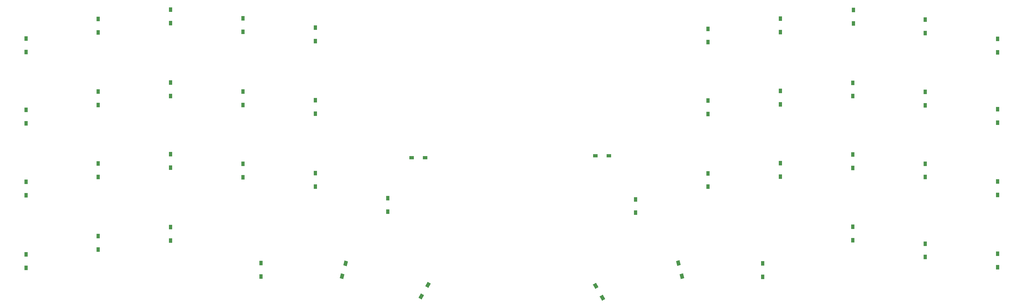
<source format=gbr>
%TF.GenerationSoftware,KiCad,Pcbnew,7.0.10*%
%TF.CreationDate,2024-09-26T01:16:29+09:00*%
%TF.ProjectId,keyboard_denchi,6b657962-6f61-4726-945f-64656e636869,rev?*%
%TF.SameCoordinates,Original*%
%TF.FileFunction,Paste,Top*%
%TF.FilePolarity,Positive*%
%FSLAX46Y46*%
G04 Gerber Fmt 4.6, Leading zero omitted, Abs format (unit mm)*
G04 Created by KiCad (PCBNEW 7.0.10) date 2024-09-26 01:16:29*
%MOMM*%
%LPD*%
G01*
G04 APERTURE LIST*
G04 Aperture macros list*
%AMRotRect*
0 Rectangle, with rotation*
0 The origin of the aperture is its center*
0 $1 length*
0 $2 width*
0 $3 Rotation angle, in degrees counterclockwise*
0 Add horizontal line*
21,1,$1,$2,0,0,$3*%
G04 Aperture macros list end*
%ADD10R,0.950000X1.300000*%
%ADD11RotRect,1.300000X0.950000X285.000000*%
%ADD12RotRect,1.300000X0.950000X255.000000*%
%ADD13R,1.300000X0.950000*%
%ADD14RotRect,1.300000X0.950000X300.000000*%
%ADD15RotRect,1.300000X0.950000X240.000000*%
G04 APERTURE END LIST*
D10*
%TO.C,D9*%
X58166000Y-31855588D03*
X58166000Y-35405588D03*
%TD*%
%TO.C,D1*%
X1116000Y-17885588D03*
X1116000Y-21435588D03*
%TD*%
%TO.C,rD8*%
X218621000Y-29505500D03*
X218621000Y-33055500D03*
%TD*%
%TO.C,rD11*%
X256721000Y-55540500D03*
X256721000Y-59090500D03*
%TD*%
%TO.C,rD19*%
X218621000Y-67478500D03*
X218621000Y-71028500D03*
%TD*%
%TO.C,rD1*%
X256721000Y-17948500D03*
X256721000Y-21498500D03*
%TD*%
%TO.C,rD2*%
X237671000Y-12868500D03*
X237671000Y-16418500D03*
%TD*%
%TO.C,D18*%
X20066000Y-69955588D03*
X20066000Y-73505588D03*
%TD*%
D11*
%TO.C,rD21*%
X172695596Y-77063982D03*
X173614404Y-80493018D03*
%TD*%
D10*
%TO.C,D6*%
X1116000Y-36681588D03*
X1116000Y-40231588D03*
%TD*%
%TO.C,D13*%
X39116000Y-48365588D03*
X39116000Y-51915588D03*
%TD*%
%TO.C,D19*%
X39116000Y-67542588D03*
X39116000Y-71092588D03*
%TD*%
%TO.C,D8*%
X39116000Y-29442588D03*
X39116000Y-32992588D03*
%TD*%
%TO.C,D20*%
X62865000Y-77067588D03*
X62865000Y-80617588D03*
%TD*%
%TO.C,rD7*%
X237671000Y-31918500D03*
X237671000Y-35468500D03*
%TD*%
%TO.C,rD17*%
X256721000Y-74590500D03*
X256721000Y-78140500D03*
%TD*%
%TO.C,rD3*%
X218748000Y-10328500D03*
X218748000Y-13878500D03*
%TD*%
%TO.C,rD15*%
X180521000Y-53381500D03*
X180521000Y-56931500D03*
%TD*%
D12*
%TO.C,D21*%
X85168404Y-77128070D03*
X84249596Y-80557106D03*
%TD*%
D10*
%TO.C,D15*%
X77216000Y-53318588D03*
X77216000Y-56868588D03*
%TD*%
%TO.C,D10*%
X77216000Y-34141588D03*
X77216000Y-37691588D03*
%TD*%
%TO.C,rD18*%
X237671000Y-71923500D03*
X237671000Y-75473500D03*
%TD*%
%TO.C,D16*%
X96266000Y-59922588D03*
X96266000Y-63472588D03*
%TD*%
%TO.C,D2*%
X20066000Y-12678588D03*
X20066000Y-16228588D03*
%TD*%
D13*
%TO.C,D23*%
X106045000Y-49309000D03*
X102495000Y-49309000D03*
%TD*%
D10*
%TO.C,rD10*%
X180521000Y-34204500D03*
X180521000Y-37754500D03*
%TD*%
D14*
%TO.C,rD22*%
X150932335Y-83084140D03*
X152707335Y-86158530D03*
%TD*%
D10*
%TO.C,D3*%
X39116000Y-10265588D03*
X39116000Y-13815588D03*
%TD*%
%TO.C,D11*%
X1116000Y-55604588D03*
X1116000Y-59154588D03*
%TD*%
%TO.C,rD13*%
X218621000Y-48428500D03*
X218621000Y-51978500D03*
%TD*%
%TO.C,rD20*%
X194872000Y-77130500D03*
X194872000Y-80680500D03*
%TD*%
%TO.C,D17*%
X1116000Y-74781588D03*
X1116000Y-78331588D03*
%TD*%
%TO.C,rD6*%
X256721000Y-36490500D03*
X256721000Y-40040500D03*
%TD*%
%TO.C,rD9*%
X199571000Y-31664500D03*
X199571000Y-35214500D03*
%TD*%
%TO.C,rD14*%
X199571000Y-50714500D03*
X199571000Y-54264500D03*
%TD*%
D15*
%TO.C,D22*%
X106804666Y-82767228D03*
X105029666Y-85841618D03*
%TD*%
D10*
%TO.C,rD12*%
X237671000Y-50841500D03*
X237671000Y-54391500D03*
%TD*%
%TO.C,D5*%
X77216000Y-14964588D03*
X77216000Y-18514588D03*
%TD*%
%TO.C,D14*%
X58166000Y-50905588D03*
X58166000Y-54455588D03*
%TD*%
%TO.C,D4*%
X58166000Y-12551588D03*
X58166000Y-16101588D03*
%TD*%
D13*
%TO.C,rD23*%
X150879000Y-48806500D03*
X154429000Y-48806500D03*
%TD*%
D10*
%TO.C,D7*%
X20066000Y-31855588D03*
X20066000Y-35405588D03*
%TD*%
%TO.C,rD4*%
X199571000Y-12614500D03*
X199571000Y-16164500D03*
%TD*%
%TO.C,rD5*%
X180521000Y-15281500D03*
X180521000Y-18831500D03*
%TD*%
%TO.C,D12*%
X20066000Y-50778588D03*
X20066000Y-54328588D03*
%TD*%
%TO.C,rD16*%
X161471000Y-60239500D03*
X161471000Y-63789500D03*
%TD*%
M02*

</source>
